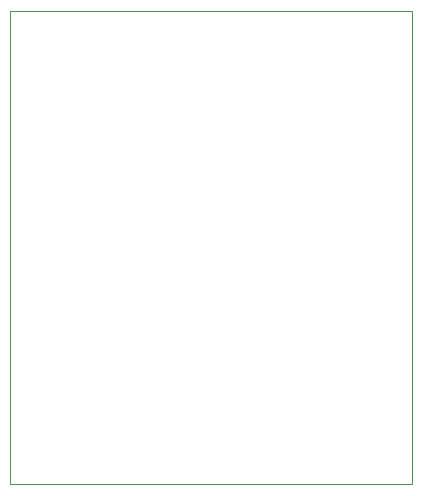
<source format=gbr>
G04 #@! TF.GenerationSoftware,KiCad,Pcbnew,5.1.5+dfsg1-2build2*
G04 #@! TF.CreationDate,2021-03-22T16:17:23+01:00*
G04 #@! TF.ProjectId,5V_Buck,35565f42-7563-46b2-9e6b-696361645f70,rev?*
G04 #@! TF.SameCoordinates,Original*
G04 #@! TF.FileFunction,Profile,NP*
%FSLAX46Y46*%
G04 Gerber Fmt 4.6, Leading zero omitted, Abs format (unit mm)*
G04 Created by KiCad (PCBNEW 5.1.5+dfsg1-2build2) date 2021-03-22 16:17:23*
%MOMM*%
%LPD*%
G04 APERTURE LIST*
%ADD10C,0.050000*%
G04 APERTURE END LIST*
D10*
X135000000Y-107500000D02*
X135000000Y-67500000D01*
X169000000Y-67500000D02*
X169000000Y-107500000D01*
X168500000Y-67500000D02*
X169000000Y-67500000D01*
X168500000Y-67500000D02*
X167000000Y-67500000D01*
X168000000Y-107500000D02*
X169000000Y-107500000D01*
X135000000Y-107500000D02*
X168000000Y-107500000D01*
X167000000Y-67500000D02*
X135000000Y-67500000D01*
M02*

</source>
